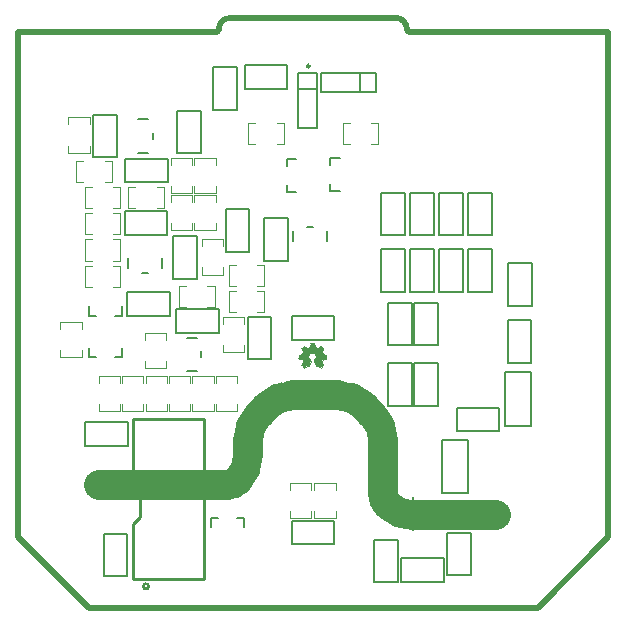
<source format=gto>
G04*
G04 #@! TF.GenerationSoftware,Altium Limited,CircuitStudio,1.5.2 (30)*
G04*
G04 Layer_Color=15065295*
%FSLAX44Y44*%
%MOMM*%
G71*
G01*
G75*
%ADD33C,0.5000*%
%ADD34C,0.2540*%
%ADD35C,0.2500*%
%ADD36C,2.5000*%
%ADD56C,0.0127*%
%ADD57C,0.2000*%
%ADD58C,0.2032*%
%ADD59C,0.1000*%
G36*
X433505Y574436D02*
X433541Y574351D01*
X433538Y574350D01*
X434072Y571563D01*
X434108Y571477D01*
X434165Y571453D01*
X434165Y571453D01*
X436500Y570486D01*
X436557Y570462D01*
X436643Y570498D01*
X436641Y570501D01*
X438990Y572094D01*
X439076Y572129D01*
X439191Y572081D01*
X439182Y572073D01*
X441199Y570073D01*
X441199Y570073D01*
X441247Y569958D01*
X441211Y569873D01*
X441209Y569874D01*
X439616Y567525D01*
X439580Y567439D01*
X439604Y567382D01*
X439604Y567382D01*
X440571Y565048D01*
X440595Y564990D01*
X440680Y564955D01*
X440681Y564958D01*
X443469Y564423D01*
X443554Y564388D01*
X443602Y564273D01*
X443602Y564273D01*
X443590D01*
X443602Y561432D01*
X443602Y561432D01*
X443554Y561318D01*
X443469Y561282D01*
X443468Y561285D01*
X440680Y560751D01*
X440595Y560715D01*
X440571Y560658D01*
X440571Y560658D01*
X439604Y558323D01*
X439580Y558266D01*
X439616Y558180D01*
X439618Y558182D01*
X441211Y555833D01*
X441247Y555747D01*
X441199Y555632D01*
X441199Y555632D01*
X441191Y555641D01*
X439191Y553624D01*
X439076Y553576D01*
X438990Y553612D01*
X438992Y553614D01*
X436643Y555207D01*
X436557Y555243D01*
X436500Y555219D01*
X435431Y554776D01*
X435373Y554753D01*
X435259Y554800D01*
X435235Y554858D01*
X433267Y559678D01*
X433243Y559735D01*
X433291Y559849D01*
X433343Y559871D01*
X433360Y559833D01*
X434337Y560486D01*
X435062Y561572D01*
X435317Y562853D01*
X435062Y564133D01*
X434337Y565219D01*
X433251Y565945D01*
X431970Y566199D01*
X430690Y565945D01*
X429604Y565219D01*
X428878Y564133D01*
X428624Y562853D01*
X428878Y561572D01*
X429604Y560486D01*
X430581Y559833D01*
X430598Y559871D01*
X430650Y559849D01*
X430698Y559735D01*
X430674Y559678D01*
X428706Y554858D01*
X428682Y554800D01*
X428567Y554753D01*
X428510Y554776D01*
Y554776D01*
X427441Y555219D01*
X427384Y555243D01*
X427298Y555207D01*
X427300Y555205D01*
X424951Y553612D01*
X424865Y553576D01*
X424750Y553624D01*
X424759Y553633D01*
X422742Y555632D01*
X422742Y555632D01*
X422694Y555747D01*
X422729Y555833D01*
X422732Y555831D01*
X424325Y558180D01*
X424361Y558266D01*
X424337Y558323D01*
Y558323D01*
X423370Y560658D01*
X423346Y560715D01*
X423260Y560751D01*
X423260Y560747D01*
X420472Y561282D01*
X420387Y561318D01*
X420339Y561432D01*
X420351D01*
X420339Y564273D01*
X420387Y564388D01*
X420472Y564423D01*
X420473Y564420D01*
X423260Y564955D01*
X423346Y564990D01*
X423370Y565048D01*
X423370D01*
X424337Y567382D01*
X424361Y567439D01*
X424325Y567525D01*
X424323Y567523D01*
X422729Y569873D01*
X422694Y569958D01*
X422742Y570073D01*
X422742Y570073D01*
X422750Y570064D01*
X424750Y572081D01*
X424865Y572129D01*
X424951Y572094D01*
X424949Y572091D01*
X427298Y570498D01*
X427384Y570462D01*
X427441Y570486D01*
X427441D01*
X429775Y571453D01*
X429833Y571477D01*
X429868Y571563D01*
X429865Y571563D01*
X430400Y574351D01*
X430435Y574436D01*
X430550Y574484D01*
Y574472D01*
X433391Y574484D01*
X433505Y574436D01*
D02*
G37*
D33*
X350049Y837549D02*
G03*
X352549Y840049I0J2500D01*
G01*
X362549Y850049D02*
G03*
X352549Y840049I0J-10000D01*
G01*
X512000D02*
G03*
X514500Y837549I2500J0D01*
G01*
X512000Y840049D02*
G03*
X502000Y850049I-10000J0D01*
G01*
X362549D02*
X502000D01*
X667500Y837549D02*
X682500D01*
X514500D02*
X667500D01*
X182500Y837500D02*
X350049D01*
X682500Y410000D02*
Y837549D01*
X622600Y350100D02*
X682500Y410000D01*
X182500D02*
Y837500D01*
X242400Y350100D02*
X622600D01*
X182500Y410000D02*
X242400Y350100D01*
D34*
X293236Y368500D02*
G03*
X293236Y368500I-2236J0D01*
G01*
X279950Y463750D02*
Y510000D01*
Y463750D02*
X285950Y457750D01*
X279950Y374500D02*
Y421250D01*
X285950Y427250D01*
X339950Y374500D02*
Y510000D01*
X285950Y427250D02*
Y457750D01*
X279950Y510000D02*
X339950D01*
X279950Y374500D02*
X339950D01*
D35*
X429750Y809000D02*
G03*
X429750Y809000I-1250J0D01*
G01*
D36*
X359439Y454150D02*
G03*
X368420Y457870I0J12700D01*
G01*
D02*
G03*
X377400Y479550I-21680J21680D01*
G01*
X386380Y513930D02*
G03*
X377400Y492250I21680J-21680D01*
G01*
X415500Y530350D02*
G03*
X393820Y521370I0J-30661D01*
G01*
X475280D02*
G03*
X453600Y530350I-21680J-21680D01*
G01*
X491700Y492250D02*
G03*
X482720Y513930I-30661J0D01*
G01*
X491700Y446711D02*
G03*
X495420Y437730I12700J0D01*
G01*
D02*
G03*
X517100Y428750I21680J21680D01*
G01*
X251000Y454150D02*
X359439D01*
X377400Y479550D02*
Y492250D01*
X386380Y513930D02*
X393820Y521370D01*
X415500Y530350D02*
X453600D01*
X475280Y521370D02*
X482720Y513930D01*
X491700Y446711D02*
Y492250D01*
X517100Y428750D02*
X587250D01*
D56*
X433343Y559871D02*
G03*
X430598Y559871I-1372J2982D01*
G01*
X430674Y559678D02*
G03*
X430598Y559871I-139J57D01*
G01*
X428510Y554776D02*
G03*
X428706Y554858I57J139D01*
G01*
X427441Y555219D02*
G03*
X427300Y555205I-57J-139D01*
G01*
X422732Y555831D02*
G03*
X422750Y555641I124J-84D01*
G01*
X424323Y558182D02*
G03*
X424337Y558323I-124J84D01*
G01*
X423370Y560658D02*
G03*
X423260Y560747I-139J-57D01*
G01*
X420351Y561432D02*
G03*
X420473Y561285I150J0D01*
G01*
Y564420D02*
G03*
X420351Y564273I28J-147D01*
G01*
X423260Y564958D02*
G03*
X423370Y565048I-28J147D01*
G01*
X424337Y567382D02*
G03*
X424323Y567523I-139J57D01*
G01*
X422750Y570064D02*
G03*
X422732Y569874I106J-106D01*
G01*
X424949Y572091D02*
G03*
X424759Y572073I-84J-124D01*
G01*
X427300Y570501D02*
G03*
X427441Y570486I84J124D01*
G01*
X429775Y571453D02*
G03*
X429865Y571563I-57J139D01*
G01*
X430550Y574472D02*
G03*
X430403Y574350I0J-150D01*
G01*
X433538D02*
G03*
X433391Y574472I-147J-28D01*
G01*
X434076Y571563D02*
G03*
X434165Y571453I147J28D01*
G01*
X436500Y570486D02*
G03*
X436641Y570501I57J139D01*
G01*
X439182Y572073D02*
G03*
X438992Y572091I-106J-106D01*
G01*
X441209Y569874D02*
G03*
X441191Y570064I-124J84D01*
G01*
X439618Y567523D02*
G03*
X439604Y567382I124J-84D01*
G01*
X440571Y565048D02*
G03*
X440681Y564958I139J57D01*
G01*
X443590Y564273D02*
G03*
X443468Y564420I-150J0D01*
G01*
Y561285D02*
G03*
X443590Y561432I-28J147D01*
G01*
X440681Y560747D02*
G03*
X440571Y560658I28J-147D01*
G01*
X439604Y558323D02*
G03*
X439618Y558182I139J-57D01*
G01*
X441191Y555641D02*
G03*
X441209Y555831I-106J106D01*
G01*
X436641Y555205D02*
G03*
X436500Y555219I-84J-124D01*
G01*
X435235Y554858D02*
G03*
X435431Y554776I139J57D01*
G01*
X433343Y559871D02*
G03*
X433267Y559678I63J-136D01*
G01*
X424759Y553633D02*
G03*
X424949Y553614I106J106D01*
G01*
X438992D02*
G03*
X439182Y553633I84J124D01*
G01*
X428706Y554858D02*
X430674Y559678D01*
X427441Y555219D02*
X428510Y554776D01*
X424949Y553614D02*
X427300Y555205D01*
X422750Y555641D02*
X424759Y553633D01*
X422732Y555831D02*
X424323Y558182D01*
X423370Y560658D02*
X424337Y558323D01*
X420473Y561285D02*
X423260Y560747D01*
X420351Y561432D02*
Y564273D01*
X420473Y564420D02*
X423260Y564958D01*
X423370Y565048D02*
X424337Y567382D01*
X422732Y569874D02*
X424323Y567523D01*
X422750Y570064D02*
X424759Y572073D01*
X424949Y572091D02*
X427300Y570501D01*
X427441Y570486D02*
X429775Y571453D01*
X429865Y571563D02*
X430403Y574350D01*
X430550Y574472D02*
X433391D01*
X433538Y574350D02*
X434076Y571563D01*
X434165Y571453D02*
X436500Y570486D01*
X436641Y570501D02*
X438992Y572091D01*
X439182Y572073D02*
X441191Y570064D01*
X439618Y567523D02*
X441209Y569874D01*
X439604Y567382D02*
X440571Y565048D01*
X440681Y564958D02*
X443468Y564420D01*
X443590Y561432D02*
Y564273D01*
X440681Y560747D02*
X443468Y561285D01*
X439604Y558323D02*
X440571Y560658D01*
X439618Y558182D02*
X441209Y555831D01*
X439182Y553633D02*
X441191Y555641D01*
X436641Y555205D02*
X438992Y553614D01*
X435431Y554776D02*
X436500Y555219D01*
X433267Y559678D02*
X435235Y554858D01*
D57*
X566160Y377966D02*
Y414034D01*
X545840Y377966D02*
Y414034D01*
X566160D01*
X545840Y377966D02*
X566160D01*
X414500Y404000D02*
X450500D01*
X414500D02*
Y424000D01*
X450500D01*
Y404000D02*
Y424000D01*
X538860Y665676D02*
Y701744D01*
X559180Y665676D02*
Y701744D01*
X538860Y665676D02*
X559180D01*
X538860Y701744D02*
X559180D01*
X563437Y665676D02*
Y701744D01*
X583757Y665676D02*
Y701744D01*
X563437Y665676D02*
X583757D01*
X563437Y701744D02*
X583757D01*
X514283Y665676D02*
Y701744D01*
X534603Y665676D02*
Y701744D01*
X514283Y665676D02*
X534603D01*
X514283Y701744D02*
X534603D01*
X489707Y665676D02*
Y701744D01*
X510027Y665676D02*
Y701744D01*
X489707Y665676D02*
X510027D01*
X489707Y701744D02*
X510027D01*
X495680Y572716D02*
Y608784D01*
X516000Y572716D02*
Y608784D01*
X495680Y572716D02*
X516000D01*
X495680Y608784D02*
X516000D01*
X559180Y618176D02*
Y654244D01*
X538860Y618176D02*
Y654244D01*
X559180D01*
X538860Y618176D02*
X559180D01*
X583757D02*
Y654244D01*
X563437Y618176D02*
Y654244D01*
X583757D01*
X563437Y618176D02*
X583757D01*
X534603D02*
Y654244D01*
X514283Y618176D02*
Y654244D01*
X534603D01*
X514283Y618176D02*
X534603D01*
X510027D02*
Y654244D01*
X489707Y618176D02*
Y654244D01*
X510027D01*
X489707Y618176D02*
X510027D01*
X367660Y771966D02*
Y808034D01*
X347340Y771966D02*
Y808034D01*
X367660D01*
X347340Y771966D02*
X367660D01*
X374466Y810160D02*
X410534D01*
X374466Y789840D02*
X410534D01*
X374466D02*
Y810160D01*
X410534Y789840D02*
Y810160D01*
X273000Y666000D02*
X309000D01*
X273000D02*
Y686000D01*
X309000D01*
Y666000D02*
Y686000D01*
X316750Y583000D02*
Y603000D01*
Y583000D02*
X352750D01*
Y603000D01*
X316750D02*
X352750D01*
X377000Y597000D02*
X397000D01*
X377000Y561000D02*
Y597000D01*
Y561000D02*
X397000D01*
Y597000D01*
X472500Y787000D02*
Y803000D01*
X439500D02*
X454700D01*
X439500Y787000D02*
Y803000D01*
Y787000D02*
X454700D01*
X485500D02*
Y803000D01*
X470300D02*
X485500D01*
X470300Y787000D02*
X485500D01*
X454700D02*
X470300D01*
X454700Y803000D02*
X470300D01*
X541750Y447250D02*
Y492750D01*
Y447250D02*
X564000D01*
Y492750D01*
X541750D02*
X564000D01*
X594750Y504250D02*
Y549750D01*
Y504250D02*
X617000D01*
Y549750D01*
X594750D02*
X617000D01*
X517000Y416000D02*
Y444000D01*
X483840Y371966D02*
X504160D01*
X483840Y408034D02*
X504160D01*
X483840Y371966D02*
Y408034D01*
X504160Y371966D02*
Y408034D01*
X419500Y790000D02*
X435500D01*
X419500Y757000D02*
Y772200D01*
Y757000D02*
X435500D01*
Y772200D01*
X419500Y803000D02*
X435500D01*
X419500Y787800D02*
Y803000D01*
X435500Y787800D02*
Y803000D01*
Y772200D02*
Y787800D01*
X419500Y772200D02*
Y787800D01*
X543034Y371840D02*
Y392160D01*
X506966Y371840D02*
Y392160D01*
Y371840D02*
X543034D01*
X506966Y392160D02*
X543034D01*
X597340Y642034D02*
X617660D01*
X597340Y605966D02*
X617660D01*
Y642034D01*
X597340Y605966D02*
Y642034D01*
X273430Y710730D02*
Y730730D01*
Y710730D02*
X309430D01*
Y730730D01*
X273430D02*
X309430D01*
X255000Y413000D02*
X275000D01*
X255000Y377000D02*
Y413000D01*
Y377000D02*
X275000D01*
Y413000D01*
X239500Y487500D02*
Y507500D01*
Y487500D02*
X275500D01*
Y507500D01*
X239500D02*
X275500D01*
X246500Y768000D02*
X266500D01*
X246500Y732000D02*
Y768000D01*
Y732000D02*
X266500D01*
Y768000D01*
X496000Y557250D02*
X516000D01*
X496000Y521250D02*
Y557250D01*
Y521250D02*
X516000D01*
Y557250D01*
X518250Y557500D02*
X538250D01*
X518250Y521500D02*
Y557500D01*
Y521500D02*
X538250D01*
Y557500D01*
X554250Y499750D02*
Y519750D01*
Y499750D02*
X590250D01*
Y519750D01*
X554250D02*
X590250D01*
X275000Y597500D02*
Y617500D01*
Y597500D02*
X311000D01*
Y617500D01*
X275000D02*
X311000D01*
X317500Y735334D02*
X337500D01*
Y771334D01*
X317500D02*
X337500D01*
X317500Y735334D02*
Y771334D01*
X391000Y644000D02*
X411000D01*
Y680000D01*
X391000D02*
X411000D01*
X391000Y644000D02*
Y680000D01*
X414500Y577500D02*
Y597500D01*
Y577500D02*
X450500D01*
Y597500D01*
X414500D02*
X450500D01*
X314000Y665000D02*
X334000D01*
X314000Y629000D02*
Y665000D01*
Y629000D02*
X334000D01*
Y665000D01*
X597250Y593750D02*
X617250D01*
X597250Y557750D02*
Y593750D01*
Y557750D02*
X617250D01*
Y593750D01*
X518250Y572750D02*
X538250D01*
Y608750D01*
X518250D02*
X538250D01*
X518250Y572750D02*
Y608750D01*
X358500Y688000D02*
X378500D01*
X358500Y652000D02*
Y688000D01*
Y652000D02*
X378500D01*
Y688000D01*
D58*
X427315Y673105D02*
X432685D01*
X415776Y660705D02*
Y669295D01*
X444224Y660705D02*
Y669295D01*
X275776Y637705D02*
Y646295D01*
X304224Y637705D02*
Y646295D01*
X287315Y633895D02*
X292684D01*
X345924Y426524D02*
X351924D01*
X345924Y418412D02*
Y426524D01*
X368052D02*
X374148D01*
Y418412D02*
Y426524D01*
X446960Y703064D02*
Y709064D01*
Y703064D02*
X455072D01*
X446960Y725192D02*
Y731288D01*
X455072D01*
X284455Y735776D02*
X293045D01*
X284455Y764224D02*
X293045D01*
X296855Y747315D02*
Y752685D01*
X325455Y550776D02*
X334045D01*
X325455Y579224D02*
X334045D01*
X337855Y562315D02*
Y567685D01*
X410210Y730288D02*
X418322D01*
X410210Y724192D02*
Y730288D01*
Y702064D02*
X418322D01*
X410210D02*
Y708064D01*
X264576Y562476D02*
X270576D01*
Y570588D01*
X242352Y562476D02*
X248448D01*
X242352D02*
Y570588D01*
Y597476D02*
Y605588D01*
Y597476D02*
X248448D01*
X270576D02*
Y605588D01*
X264576Y597476D02*
X270576D01*
D59*
X368000Y540750D02*
Y546750D01*
X350000D02*
X368000D01*
X350000Y540750D02*
Y546750D01*
X368000Y516750D02*
Y522750D01*
X350000Y516750D02*
X368000D01*
X350000D02*
Y522750D01*
X269000Y540750D02*
Y546750D01*
X251000D02*
X269000D01*
X251000Y540750D02*
Y546750D01*
X269000Y516750D02*
Y522750D01*
X251000Y516750D02*
X269000D01*
X251000D02*
Y522750D01*
X348200Y540750D02*
Y546750D01*
X330200D02*
X348200D01*
X330200Y540750D02*
Y546750D01*
X348200Y516750D02*
Y522750D01*
X330200Y516750D02*
X348200D01*
X330200D02*
Y522750D01*
X300000Y689000D02*
X306000D01*
Y707000D01*
X300000D02*
X306000D01*
X276000Y689000D02*
X282000D01*
X276000D02*
Y707000D01*
X282000D01*
X288800Y540750D02*
Y546750D01*
X270800D02*
X288800D01*
X270800Y540750D02*
Y546750D01*
X288800Y516750D02*
Y522750D01*
X270800Y516750D02*
X288800D01*
X270800D02*
Y522750D01*
X263000Y622000D02*
X269000D01*
Y640000D01*
X263000D02*
X269000D01*
X239000Y622000D02*
X245000D01*
X239000D02*
Y640000D01*
X245000D01*
X263000Y666667D02*
X269000D01*
Y684667D01*
X263000D02*
X269000D01*
X239000Y666667D02*
X245000D01*
X239000D02*
Y684667D01*
X245000D01*
X308000Y577000D02*
Y583000D01*
X290000D02*
X308000D01*
X290000Y577000D02*
Y583000D01*
X308000Y553000D02*
Y559000D01*
X290000Y553000D02*
X308000D01*
X290000D02*
Y559000D01*
X433500Y426000D02*
Y432000D01*
Y426000D02*
X451500D01*
Y432000D01*
X433500Y450000D02*
Y456000D01*
X451500D01*
Y450000D02*
Y456000D01*
X312000Y670000D02*
Y676000D01*
Y670000D02*
X330000D01*
Y676000D01*
X312000Y694000D02*
Y700000D01*
X330000D01*
Y694000D02*
Y700000D01*
X328400Y540750D02*
Y546750D01*
X310400D02*
X328400D01*
X310400Y540750D02*
Y546750D01*
X328400Y516750D02*
Y522750D01*
X310400Y516750D02*
X328400D01*
X310400D02*
Y522750D01*
X330000Y725500D02*
Y731500D01*
X312000D02*
X330000D01*
X312000Y725500D02*
Y731500D01*
X330000Y701500D02*
Y707500D01*
X312000Y701500D02*
X330000D01*
X312000D02*
Y707500D01*
X263000Y689000D02*
X269000D01*
Y707000D01*
X263000D02*
X269000D01*
X239000Y689000D02*
X245000D01*
X239000D02*
Y707000D01*
X245000D01*
X350000Y725500D02*
Y731500D01*
X332000D02*
X350000D01*
X332000Y725500D02*
Y731500D01*
X350000Y701500D02*
Y707500D01*
X332000Y701500D02*
X350000D01*
X332000D02*
Y707500D01*
X374000Y591000D02*
Y597000D01*
X356000D02*
X374000D01*
X356000Y591000D02*
Y597000D01*
X374000Y567000D02*
Y573000D01*
X356000Y567000D02*
X374000D01*
X356000D02*
Y573000D01*
X308600Y540750D02*
Y546750D01*
X290600D02*
X308600D01*
X290600Y540750D02*
Y546750D01*
X308600Y516750D02*
Y522750D01*
X290600Y516750D02*
X308600D01*
X290600D02*
Y522750D01*
X412500Y426000D02*
Y432000D01*
Y426000D02*
X430500D01*
Y432000D01*
X412500Y450000D02*
Y456000D01*
X430500D01*
Y450000D02*
Y456000D01*
X236500Y586500D02*
Y592500D01*
X218500D02*
X236500D01*
X218500Y586500D02*
Y592500D01*
X236500Y562500D02*
Y568500D01*
X218500Y562500D02*
X236500D01*
X218500D02*
Y568500D01*
X377500Y761000D02*
X383500D01*
X377500Y743000D02*
Y761000D01*
Y743000D02*
X383500D01*
X401500Y761000D02*
X407500D01*
Y743000D02*
Y761000D01*
X401500Y743000D02*
X407500D01*
X263000Y644333D02*
X269000D01*
Y662333D01*
X263000D02*
X269000D01*
X239000Y644333D02*
X245000D01*
X239000D02*
Y662333D01*
X245000D01*
X232049Y728790D02*
X238049D01*
X232049Y710790D02*
Y728790D01*
Y710790D02*
X238049D01*
X256049Y728790D02*
X262049D01*
Y710790D02*
Y728790D01*
X256049Y710790D02*
X262049D01*
X332000Y670000D02*
Y676000D01*
Y670000D02*
X350000D01*
Y676000D01*
X332000Y694000D02*
Y700000D01*
X350000D01*
Y694000D02*
Y700000D01*
X457500Y761000D02*
X463500D01*
X457500Y743000D02*
Y761000D01*
Y743000D02*
X463500D01*
X481500Y761000D02*
X487500D01*
Y743000D02*
Y761000D01*
X481500Y743000D02*
X487500D01*
X361000Y619000D02*
X367000D01*
X361000Y601000D02*
Y619000D01*
Y601000D02*
X367000D01*
X385000Y619000D02*
X391000D01*
Y601000D02*
Y619000D01*
X385000Y601000D02*
X391000D01*
X385000Y623000D02*
X391000D01*
Y641000D01*
X385000D02*
X391000D01*
X361000Y623000D02*
X367000D01*
X361000D02*
Y641000D01*
X367000D01*
X343000Y605000D02*
X349000D01*
Y623000D01*
X343000D02*
X349000D01*
X319000Y605000D02*
X325000D01*
X319000D02*
Y623000D01*
X325000D01*
X243250Y759750D02*
Y765750D01*
X225250D02*
X243250D01*
X225250Y759750D02*
Y765750D01*
X243250Y735750D02*
Y741750D01*
X225250Y735750D02*
X243250D01*
X225250D02*
Y741750D01*
X338000Y632500D02*
Y638500D01*
Y632500D02*
X356000D01*
Y638500D01*
X338000Y656500D02*
Y662500D01*
X356000D01*
Y656500D02*
Y662500D01*
M02*

</source>
